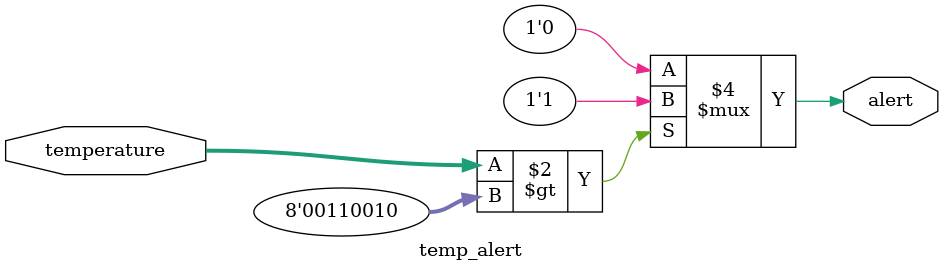
<source format=v>
module temp_alert(
    input [7:0] temperature,
    output reg alert
);
    always @(*) begin
        if (temperature > 8'd50)
            alert = 1'b1;
        else
            alert = 1'b0;
    end
endmodule

</source>
